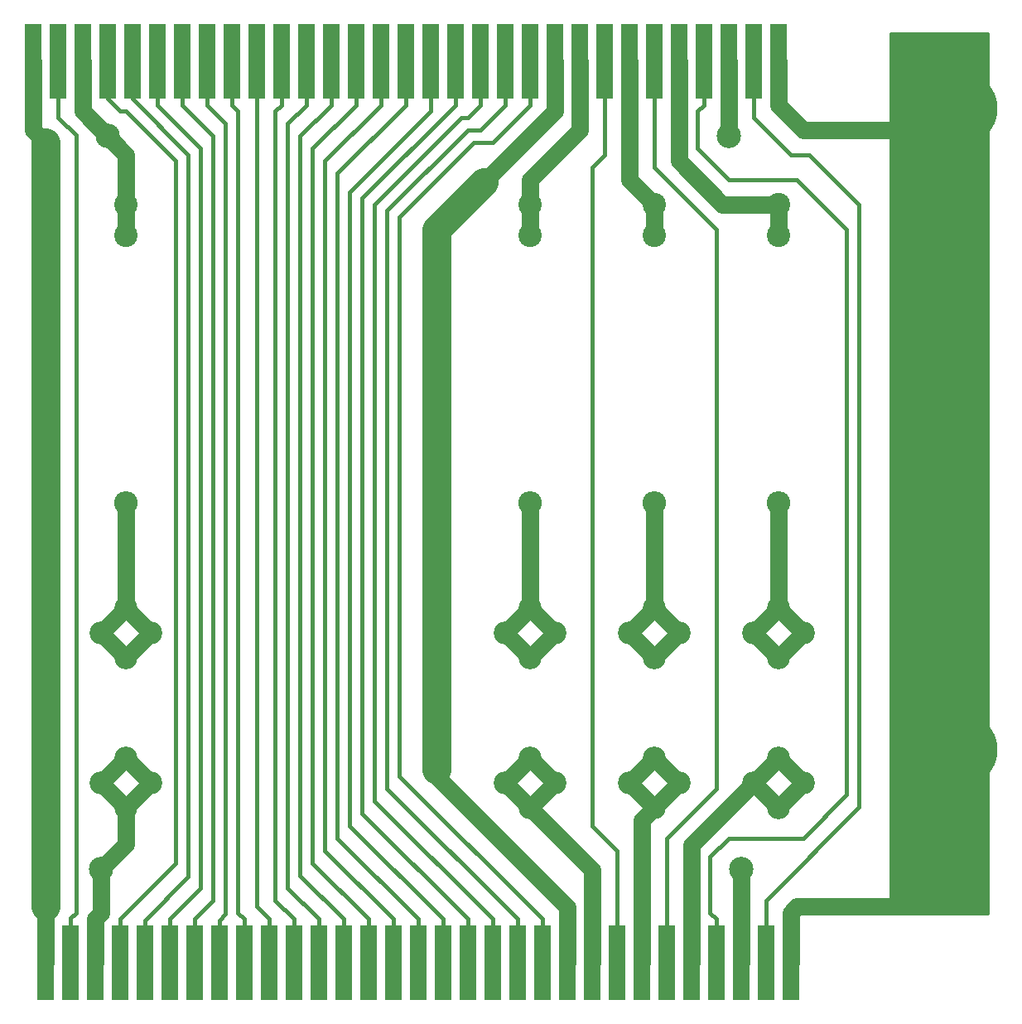
<source format=gbl>
%TF.GenerationSoftware,KiCad,Pcbnew,(5.1.9)-1*%
%TF.CreationDate,2021-05-05T16:31:56+08:00*%
%TF.ProjectId,Riser,52697365-722e-46b6-9963-61645f706362,rev?*%
%TF.SameCoordinates,Original*%
%TF.FileFunction,Copper,L2,Bot*%
%TF.FilePolarity,Positive*%
%FSLAX46Y46*%
G04 Gerber Fmt 4.6, Leading zero omitted, Abs format (unit mm)*
G04 Created by KiCad (PCBNEW (5.1.9)-1) date 2021-05-05 16:31:56*
%MOMM*%
%LPD*%
G01*
G04 APERTURE LIST*
%TA.AperFunction,ComponentPad*%
%ADD10O,2.400000X2.400000*%
%TD*%
%TA.AperFunction,ComponentPad*%
%ADD11C,2.400000*%
%TD*%
%TA.AperFunction,ComponentPad*%
%ADD12C,7.000000*%
%TD*%
%TA.AperFunction,ComponentPad*%
%ADD13O,2.500000X2.500000*%
%TD*%
%TA.AperFunction,ComponentPad*%
%ADD14C,2.500000*%
%TD*%
%TA.AperFunction,ConnectorPad*%
%ADD15R,1.780000X7.620000*%
%TD*%
%TA.AperFunction,ComponentPad*%
%ADD16C,2.350000*%
%TD*%
%TA.AperFunction,Conductor*%
%ADD17C,0.400000*%
%TD*%
%TA.AperFunction,Conductor*%
%ADD18C,1.750000*%
%TD*%
%TA.AperFunction,Conductor*%
%ADD19C,3.000000*%
%TD*%
%TA.AperFunction,Conductor*%
%ADD20C,0.254000*%
%TD*%
%TA.AperFunction,Conductor*%
%ADD21C,0.100000*%
%TD*%
G04 APERTURE END LIST*
D10*
%TO.P,R2,2*%
%TO.N,Net-(F2-Pad1)*%
X173990000Y-91440000D03*
D11*
%TO.P,R2,1*%
%TO.N,-5V_OUT*%
X173990000Y-60960000D03*
X173990000Y-64135000D03*
%TD*%
D10*
%TO.P,R3,2*%
%TO.N,Net-(F3-Pad1)*%
X161290000Y-91440000D03*
D11*
%TO.P,R3,1*%
%TO.N,-12V_OUT*%
X161290000Y-60960000D03*
X161290000Y-64135000D03*
%TD*%
D10*
%TO.P,R4,2*%
%TO.N,Net-(F4-Pad1)*%
X148590000Y-91440000D03*
D11*
%TO.P,R4,1*%
%TO.N,12V_OUT*%
X148590000Y-60960000D03*
X148590000Y-64135000D03*
%TD*%
D10*
%TO.P,R1,2*%
%TO.N,Net-(F1-Pad1)*%
X107315000Y-91440000D03*
D11*
%TO.P,R1,1*%
%TO.N,VCC2_OUT*%
X107315000Y-60960000D03*
X107315000Y-64135000D03*
%TD*%
D12*
%TO.P,H2,1*%
%TO.N,GND1*%
X192913000Y-116713000D03*
%TD*%
%TO.P,H1,1*%
%TO.N,GND1*%
X192913000Y-51181000D03*
%TD*%
D13*
%TO.P,J5,1*%
%TO.N,GND3*%
X99060000Y-69850000D03*
%TO.P,J5,2*%
X99060000Y-82550000D03*
%TD*%
%TO.P,J4,1*%
%TO.N,GND2*%
X139065000Y-69850000D03*
%TO.P,J4,2*%
X139065000Y-82550000D03*
%TD*%
%TO.P,J3,1*%
%TO.N,GND1*%
X187325000Y-69850000D03*
%TO.P,J3,2*%
X187325000Y-82550000D03*
%TD*%
D14*
%TO.P,J7B1,1*%
%TO.N,VCC1_OUT*%
X168910000Y-53975000D03*
%TD*%
%TO.P,J7A1,1*%
%TO.N,VCC2_OUT*%
X105410000Y-53975000D03*
%TD*%
%TO.P,J6B1,1*%
%TO.N,VCC1_IN*%
X170180000Y-128905000D03*
%TD*%
%TO.P,J6A1,1*%
%TO.N,VCC2_IN*%
X104775000Y-128905000D03*
%TD*%
D15*
%TO.P,J2,31*%
%TO.N,GND3*%
X97790000Y-46355000D03*
%TO.P,J2,30*%
%TO.N,OSC*%
X100330000Y-46355000D03*
%TO.P,J2,29*%
%TO.N,VCC2_OUT*%
X102870000Y-46355000D03*
%TO.P,J2,28*%
%TO.N,ALE*%
X105410000Y-46355000D03*
%TO.P,J2,27*%
%TO.N,TC*%
X107950000Y-46355000D03*
%TO.P,J2,26*%
%TO.N,~DACK2*%
X110490000Y-46355000D03*
%TO.P,J2,25*%
%TO.N,IRQ3*%
X113030000Y-46355000D03*
%TO.P,J2,24*%
%TO.N,IRQ4*%
X115570000Y-46355000D03*
%TO.P,J2,23*%
%TO.N,IRQ5*%
X118110000Y-46355000D03*
%TO.P,J2,22*%
%TO.N,IRQ6*%
X120650000Y-46355000D03*
%TO.P,J2,21*%
%TO.N,IRQ7*%
X123190000Y-46355000D03*
%TO.P,J2,20*%
%TO.N,CLK*%
X125730000Y-46355000D03*
%TO.P,J2,19*%
%TO.N,~DACK0*%
X128270000Y-46355000D03*
%TO.P,J2,18*%
%TO.N,DRQ1*%
X130810000Y-46355000D03*
%TO.P,J2,17*%
%TO.N,~DACK1*%
X133350000Y-46355000D03*
%TO.P,J2,16*%
%TO.N,DRQ3*%
X135890000Y-46355000D03*
%TO.P,J2,15*%
%TO.N,~DACK3*%
X138430000Y-46355000D03*
%TO.P,J2,14*%
%TO.N,~IOR*%
X140970000Y-46355000D03*
%TO.P,J2,13*%
%TO.N,~IOW*%
X143510000Y-46355000D03*
%TO.P,J2,12*%
%TO.N,~MEMR*%
X146050000Y-46355000D03*
%TO.P,J2,11*%
%TO.N,~MEMW*%
X148590000Y-46355000D03*
%TO.P,J2,10*%
%TO.N,GND2*%
X151130000Y-46355000D03*
%TO.P,J2,9*%
%TO.N,12V_OUT*%
X153670000Y-46355000D03*
%TO.P,J2,8*%
%TO.N,UNUSED_THRU*%
X156210000Y-46355000D03*
%TO.P,J2,7*%
%TO.N,-12V_OUT*%
X158750000Y-46355000D03*
%TO.P,J2,6*%
%TO.N,DRQ2*%
X161290000Y-46355000D03*
%TO.P,J2,5*%
%TO.N,-5V_OUT*%
X163830000Y-46355000D03*
%TO.P,J2,4*%
%TO.N,IRQ2*%
X166370000Y-46355000D03*
%TO.P,J2,3*%
%TO.N,VCC1_OUT*%
X168910000Y-46355000D03*
%TO.P,J2,2*%
%TO.N,RESET*%
X171450000Y-46355000D03*
%TO.P,J2,1*%
%TO.N,GND1*%
X173990000Y-46355000D03*
%TD*%
D16*
%TO.P,F4,1*%
%TO.N,Net-(F4-Pad1)*%
X146050000Y-104775000D03*
X151130000Y-104775000D03*
%TO.P,F4,2*%
%TO.N,12V_IN*%
X146050000Y-120095000D03*
X151130000Y-120095000D03*
%TO.P,F4,1*%
%TO.N,Net-(F4-Pad1)*%
X148590000Y-102235000D03*
X148590000Y-107315000D03*
%TO.P,F4,2*%
%TO.N,12V_IN*%
X148590000Y-122635000D03*
X148590000Y-117555000D03*
%TD*%
%TO.P,F3,1*%
%TO.N,Net-(F3-Pad1)*%
X158750000Y-104775000D03*
X163830000Y-104775000D03*
%TO.P,F3,2*%
%TO.N,-12V_IN*%
X158750000Y-120095000D03*
X163830000Y-120095000D03*
%TO.P,F3,1*%
%TO.N,Net-(F3-Pad1)*%
X161290000Y-102235000D03*
X161290000Y-107315000D03*
%TO.P,F3,2*%
%TO.N,-12V_IN*%
X161290000Y-122635000D03*
X161290000Y-117555000D03*
%TD*%
%TO.P,F2,1*%
%TO.N,Net-(F2-Pad1)*%
X171450000Y-104775000D03*
X176530000Y-104775000D03*
%TO.P,F2,2*%
%TO.N,-5V_IN*%
X171450000Y-120095000D03*
X176530000Y-120095000D03*
%TO.P,F2,1*%
%TO.N,Net-(F2-Pad1)*%
X173990000Y-102235000D03*
X173990000Y-107315000D03*
%TO.P,F2,2*%
%TO.N,-5V_IN*%
X173990000Y-122635000D03*
X173990000Y-117555000D03*
%TD*%
%TO.P,F1,1*%
%TO.N,Net-(F1-Pad1)*%
X104775000Y-104775000D03*
X109855000Y-104775000D03*
%TO.P,F1,2*%
%TO.N,VCC2_IN*%
X104775000Y-120095000D03*
X109855000Y-120095000D03*
%TO.P,F1,1*%
%TO.N,Net-(F1-Pad1)*%
X107315000Y-102235000D03*
X107315000Y-107315000D03*
%TO.P,F1,2*%
%TO.N,VCC2_IN*%
X107315000Y-122635000D03*
X107315000Y-117555000D03*
%TD*%
D15*
%TO.P,J1,31*%
%TO.N,GND3*%
X99060000Y-138430000D03*
%TO.P,J1,30*%
%TO.N,OSC*%
X101600000Y-138430000D03*
%TO.P,J1,29*%
%TO.N,VCC2_IN*%
X104140000Y-138430000D03*
%TO.P,J1,28*%
%TO.N,ALE*%
X106680000Y-138430000D03*
%TO.P,J1,27*%
%TO.N,TC*%
X109220000Y-138430000D03*
%TO.P,J1,26*%
%TO.N,~DACK2*%
X111760000Y-138430000D03*
%TO.P,J1,25*%
%TO.N,IRQ3*%
X114300000Y-138430000D03*
%TO.P,J1,24*%
%TO.N,IRQ4*%
X116840000Y-138430000D03*
%TO.P,J1,23*%
%TO.N,IRQ5*%
X119380000Y-138430000D03*
%TO.P,J1,22*%
%TO.N,IRQ6*%
X121920000Y-138430000D03*
%TO.P,J1,21*%
%TO.N,IRQ7*%
X124460000Y-138430000D03*
%TO.P,J1,20*%
%TO.N,CLK*%
X127000000Y-138430000D03*
%TO.P,J1,19*%
%TO.N,~DACK0*%
X129540000Y-138430000D03*
%TO.P,J1,18*%
%TO.N,DRQ1*%
X132080000Y-138430000D03*
%TO.P,J1,17*%
%TO.N,~DACK1*%
X134620000Y-138430000D03*
%TO.P,J1,16*%
%TO.N,DRQ3*%
X137160000Y-138430000D03*
%TO.P,J1,15*%
%TO.N,~DACK3*%
X139700000Y-138430000D03*
%TO.P,J1,14*%
%TO.N,~IOR*%
X142240000Y-138430000D03*
%TO.P,J1,13*%
%TO.N,~IOW*%
X144780000Y-138430000D03*
%TO.P,J1,12*%
%TO.N,~MEMR*%
X147320000Y-138430000D03*
%TO.P,J1,11*%
%TO.N,~MEMW*%
X149860000Y-138430000D03*
%TO.P,J1,10*%
%TO.N,GND2*%
X152400000Y-138430000D03*
%TO.P,J1,9*%
%TO.N,12V_IN*%
X154940000Y-138430000D03*
%TO.P,J1,8*%
%TO.N,UNUSED_THRU*%
X157480000Y-138430000D03*
%TO.P,J1,7*%
%TO.N,-12V_IN*%
X160020000Y-138430000D03*
%TO.P,J1,6*%
%TO.N,DRQ2*%
X162560000Y-138430000D03*
%TO.P,J1,5*%
%TO.N,-5V_IN*%
X165100000Y-138430000D03*
%TO.P,J1,4*%
%TO.N,IRQ2*%
X167640000Y-138430000D03*
%TO.P,J1,3*%
%TO.N,VCC1_IN*%
X170180000Y-138430000D03*
%TO.P,J1,2*%
%TO.N,RESET*%
X172720000Y-138430000D03*
%TO.P,J1,1*%
%TO.N,GND1*%
X175260000Y-138430000D03*
%TD*%
D17*
%TO.N,OSC*%
X100330000Y-52070000D02*
X100330000Y-46355000D01*
X102179991Y-53919991D02*
X100330000Y-52070000D01*
X102179991Y-133350000D02*
X102179991Y-53919991D01*
X101600000Y-133929991D02*
X102179991Y-133350000D01*
X101600000Y-138430000D02*
X101600000Y-133929991D01*
%TO.N,ALE*%
X106680000Y-133985000D02*
X106680000Y-138430000D01*
X112395000Y-128270000D02*
X106680000Y-133985000D01*
X112395000Y-56515000D02*
X112395000Y-128270000D01*
X107315000Y-51435000D02*
X112395000Y-56515000D01*
X106680000Y-51435000D02*
X107315000Y-51435000D01*
X105410000Y-50165000D02*
X106680000Y-51435000D01*
X105410000Y-46355000D02*
X105410000Y-50165000D01*
%TO.N,TC*%
X109220000Y-134112500D02*
X109220000Y-138430000D01*
X113665000Y-129667500D02*
X109220000Y-134112500D01*
X113665000Y-55880000D02*
X113665000Y-129667500D01*
X107950000Y-50165000D02*
X113665000Y-55880000D01*
X107950000Y-46355000D02*
X107950000Y-50165000D01*
%TO.N,~DACK2*%
X110490000Y-50800000D02*
X110490000Y-46355000D01*
X114935000Y-55245000D02*
X110490000Y-50800000D01*
X114935000Y-130810000D02*
X114935000Y-55245000D01*
X111760000Y-133985000D02*
X114935000Y-130810000D01*
X111760000Y-138430000D02*
X111760000Y-133985000D01*
%TO.N,IRQ3*%
X114300000Y-133985000D02*
X114300000Y-138430000D01*
X116205000Y-132080000D02*
X114300000Y-133985000D01*
X116205000Y-53975000D02*
X116205000Y-132080000D01*
X113030000Y-50800000D02*
X116205000Y-53975000D01*
X113030000Y-46355000D02*
X113030000Y-50800000D01*
%TO.N,IRQ4*%
X115570000Y-50800000D02*
X115570000Y-46355000D01*
X117475000Y-52705000D02*
X115570000Y-50800000D01*
X117475000Y-133492126D02*
X117475000Y-52705000D01*
X116840000Y-134127126D02*
X117475000Y-133492126D01*
X116840000Y-138430000D02*
X116840000Y-134127126D01*
%TO.N,IRQ5*%
X118745000Y-133350000D02*
X119380000Y-133985000D01*
X118745000Y-51435000D02*
X118745000Y-133350000D01*
X119380000Y-133985000D02*
X119380000Y-138430000D01*
X118110000Y-50800000D02*
X118745000Y-51435000D01*
X118110000Y-46355000D02*
X118110000Y-50800000D01*
%TO.N,IRQ6*%
X121920000Y-133985000D02*
X121920000Y-138430000D01*
X120650000Y-132715000D02*
X121920000Y-133985000D01*
X120650000Y-46355000D02*
X120650000Y-132715000D01*
%TO.N,IRQ7*%
X124460000Y-133985000D02*
X124460000Y-138430000D01*
X122555000Y-132080000D02*
X124460000Y-133985000D01*
X123190000Y-50800000D02*
X122555000Y-51435000D01*
X123190000Y-46355000D02*
X123190000Y-50800000D01*
X122555000Y-51435000D02*
X122555000Y-132080000D01*
%TO.N,CLK*%
X123825000Y-52705000D02*
X125730000Y-50800000D01*
X123825000Y-130810000D02*
X123825000Y-52705000D01*
X125730000Y-50800000D02*
X125730000Y-46355000D01*
X127000000Y-133985000D02*
X123825000Y-130810000D01*
X127000000Y-138430000D02*
X127000000Y-133985000D01*
%TO.N,~DACK0*%
X128270000Y-50800000D02*
X128270000Y-46355000D01*
X125095000Y-53975000D02*
X128270000Y-50800000D01*
X125095000Y-129540000D02*
X125095000Y-53975000D01*
X129540000Y-133985000D02*
X125095000Y-129540000D01*
X129540000Y-138430000D02*
X129540000Y-133985000D01*
%TO.N,DRQ1*%
X132080000Y-133985000D02*
X132080000Y-138430000D01*
X126365000Y-128270000D02*
X132080000Y-133985000D01*
X126365000Y-55245000D02*
X126365000Y-128270000D01*
X130810000Y-50800000D02*
X126365000Y-55245000D01*
X130810000Y-46355000D02*
X130810000Y-50800000D01*
%TO.N,~DACK1*%
X133350000Y-50800000D02*
X133350000Y-46355000D01*
X127635000Y-56515000D02*
X133350000Y-50800000D01*
X127635000Y-127000000D02*
X127635000Y-56515000D01*
X134620000Y-133985000D02*
X127635000Y-127000000D01*
X134620000Y-138430000D02*
X134620000Y-133985000D01*
%TO.N,DRQ3*%
X128905000Y-125730000D02*
X137160000Y-133985000D01*
X137160000Y-133985000D02*
X137160000Y-138430000D01*
X135890000Y-50800000D02*
X128905000Y-57785000D01*
X128905000Y-57785000D02*
X128905000Y-125730000D01*
X135890000Y-46355000D02*
X135890000Y-50800000D01*
%TO.N,~DACK3*%
X138430000Y-51435000D02*
X138430000Y-46355000D01*
X130175000Y-59690000D02*
X138430000Y-51435000D01*
X130175000Y-124460000D02*
X130175000Y-59690000D01*
X139700000Y-133985000D02*
X130175000Y-124460000D01*
X139700000Y-138430000D02*
X139700000Y-133985000D01*
%TO.N,~IOR*%
X131445000Y-123190000D02*
X142240000Y-133985000D01*
X131445000Y-60325000D02*
X131445000Y-123190000D01*
X140970000Y-50800000D02*
X131445000Y-60325000D01*
X142240000Y-133985000D02*
X142240000Y-138430000D01*
X140970000Y-46355000D02*
X140970000Y-50800000D01*
%TO.N,~IOW*%
X142240000Y-52070000D02*
X143510000Y-50800000D01*
X141605000Y-52070000D02*
X142240000Y-52070000D01*
X143510000Y-50800000D02*
X143510000Y-46355000D01*
X132715000Y-60960000D02*
X141605000Y-52070000D01*
X144780000Y-133985000D02*
X132715000Y-121920000D01*
X132715000Y-121920000D02*
X132715000Y-60960000D01*
X144780000Y-138430000D02*
X144780000Y-133985000D01*
%TO.N,~MEMR*%
X147320000Y-133985000D02*
X147320000Y-138430000D01*
X133985000Y-120650000D02*
X147320000Y-133985000D01*
X133985000Y-61595000D02*
X133985000Y-120650000D01*
X142240000Y-53340000D02*
X133985000Y-61595000D01*
X143510000Y-53340000D02*
X142240000Y-53340000D01*
X146050000Y-50800000D02*
X143510000Y-53340000D01*
X146050000Y-46355000D02*
X146050000Y-50800000D01*
%TO.N,~MEMW*%
X148590000Y-50800000D02*
X148590000Y-46355000D01*
X144780000Y-54610000D02*
X148590000Y-50800000D01*
X142875000Y-54610000D02*
X144780000Y-54610000D01*
X135255000Y-62230000D02*
X142875000Y-54610000D01*
X135255000Y-119380000D02*
X135255000Y-62230000D01*
X149860000Y-133985000D02*
X135255000Y-119380000D01*
X149860000Y-138430000D02*
X149860000Y-133985000D01*
%TO.N,DRQ2*%
X167640000Y-120650000D02*
X162560000Y-125730000D01*
X162560000Y-125730000D02*
X162560000Y-138430000D01*
X167640000Y-63500000D02*
X167640000Y-120650000D01*
X161290000Y-57150000D02*
X167640000Y-63500000D01*
X161290000Y-46355000D02*
X161290000Y-57150000D01*
%TO.N,IRQ2*%
X167005000Y-127635000D02*
X167005000Y-133350000D01*
X176530000Y-125730000D02*
X168910000Y-125730000D01*
X168910000Y-125730000D02*
X167005000Y-127635000D01*
X180975000Y-121285000D02*
X176530000Y-125730000D01*
X180975000Y-63500000D02*
X180975000Y-121285000D01*
X175895000Y-58420000D02*
X180975000Y-63500000D01*
X168910000Y-58420000D02*
X175895000Y-58420000D01*
X165735000Y-55245000D02*
X168910000Y-58420000D01*
X167640000Y-133985000D02*
X167640000Y-138430000D01*
X165735000Y-51435000D02*
X165735000Y-55245000D01*
X166370000Y-50800000D02*
X165735000Y-51435000D01*
X167005000Y-133350000D02*
X167640000Y-133985000D01*
X166370000Y-46355000D02*
X166370000Y-50800000D01*
%TO.N,RESET*%
X171450000Y-52070000D02*
X171450000Y-46355000D01*
X175260000Y-55880000D02*
X171450000Y-52070000D01*
X177165000Y-55880000D02*
X175260000Y-55880000D01*
X182245000Y-122555000D02*
X182245000Y-60960000D01*
X182245000Y-60960000D02*
X177165000Y-55880000D01*
X172720000Y-132080000D02*
X182245000Y-122555000D01*
X172720000Y-138430000D02*
X172720000Y-132080000D01*
D18*
%TO.N,Net-(F1-Pad1)*%
X107315000Y-102235000D02*
X104775000Y-104775000D01*
X104775000Y-104775000D02*
X107315000Y-107315000D01*
X107315000Y-107315000D02*
X109855000Y-104775000D01*
X107315000Y-102235000D02*
X109855000Y-104775000D01*
X107315000Y-102235000D02*
X107315000Y-91440000D01*
%TO.N,Net-(F2-Pad1)*%
X173990000Y-91440000D02*
X173990000Y-102235000D01*
X173990000Y-102235000D02*
X171450000Y-104775000D01*
X171450000Y-104775000D02*
X173990000Y-107315000D01*
X173990000Y-107315000D02*
X176530000Y-104775000D01*
X176530000Y-104775000D02*
X173990000Y-102235000D01*
%TO.N,Net-(F3-Pad1)*%
X161290000Y-91440000D02*
X161290000Y-102235000D01*
X161290000Y-102235000D02*
X158750000Y-104775000D01*
X158750000Y-104775000D02*
X161290000Y-107315000D01*
X161290000Y-107315000D02*
X163830000Y-104775000D01*
X163830000Y-104775000D02*
X161290000Y-102235000D01*
%TO.N,Net-(F4-Pad1)*%
X146050000Y-104775000D02*
X148590000Y-102235000D01*
X148590000Y-102235000D02*
X151130000Y-104775000D01*
X151130000Y-104775000D02*
X148590000Y-107315000D01*
X146050000Y-104775000D02*
X148590000Y-107315000D01*
X148590000Y-102235000D02*
X148590000Y-91440000D01*
%TO.N,12V_OUT*%
X153670000Y-53340000D02*
X153670000Y-46355000D01*
X148590000Y-58420000D02*
X153670000Y-53340000D01*
X148590000Y-60960000D02*
X148590000Y-58420000D01*
X148590000Y-60960000D02*
X148590000Y-64135000D01*
%TO.N,-12V_OUT*%
X158750000Y-58420000D02*
X158750000Y-46355000D01*
X161290000Y-60960000D02*
X158750000Y-58420000D01*
X161290000Y-60960000D02*
X161290000Y-64135000D01*
%TO.N,-5V_OUT*%
X163830000Y-51435000D02*
X163830000Y-46355000D01*
X168275000Y-60960000D02*
X163830000Y-56515000D01*
X163830000Y-56515000D02*
X163830000Y-51435000D01*
X173990000Y-60960000D02*
X168275000Y-60960000D01*
X173990000Y-60960000D02*
X173990000Y-64135000D01*
D17*
%TO.N,UNUSED_THRU*%
X156210000Y-55880000D02*
X156210000Y-46355000D01*
X154940000Y-57150000D02*
X156210000Y-55880000D01*
X154940000Y-124460000D02*
X154940000Y-57150000D01*
X157480000Y-127000000D02*
X154940000Y-124460000D01*
X157480000Y-138430000D02*
X157480000Y-127000000D01*
D18*
%TO.N,-5V_IN*%
X165100000Y-126445000D02*
X171450000Y-120095000D01*
X165100000Y-138430000D02*
X165100000Y-126445000D01*
X171450000Y-120095000D02*
X173990000Y-117555000D01*
X173990000Y-117555000D02*
X176530000Y-120095000D01*
X176530000Y-120095000D02*
X173990000Y-122635000D01*
X173990000Y-122635000D02*
X171450000Y-120095000D01*
%TO.N,-12V_IN*%
X161290000Y-122635000D02*
X163830000Y-120095000D01*
X163830000Y-120095000D02*
X161290000Y-117555000D01*
X161290000Y-117555000D02*
X158750000Y-120095000D01*
X158750000Y-120095000D02*
X161290000Y-122635000D01*
X160020000Y-123905000D02*
X161290000Y-122635000D01*
X160020000Y-138430000D02*
X160020000Y-123905000D01*
%TO.N,12V_IN*%
X151130000Y-120095000D02*
X148590000Y-122635000D01*
X148590000Y-117555000D02*
X151130000Y-120095000D01*
X146050000Y-120095000D02*
X148590000Y-117555000D01*
X148590000Y-122635000D02*
X146050000Y-120095000D01*
X154940000Y-128985000D02*
X154940000Y-138430000D01*
X148590000Y-122635000D02*
X154940000Y-128985000D01*
%TO.N,GND2*%
X151130000Y-46355000D02*
X151130000Y-51435000D01*
X151130000Y-51435000D02*
X143827500Y-58737500D01*
D19*
X139065000Y-63500000D02*
X143827500Y-58737500D01*
X139065000Y-118745000D02*
X139065000Y-63500000D01*
D18*
X139065000Y-119424302D02*
X139065000Y-118745000D01*
X152400000Y-132759302D02*
X139065000Y-119424302D01*
X152400000Y-138430000D02*
X152400000Y-132759302D01*
%TO.N,VCC1_IN*%
X170180000Y-138430000D02*
X170180000Y-129540000D01*
%TO.N,GND1*%
X187325000Y-132715000D02*
X191770000Y-128270000D01*
X175895000Y-132715000D02*
X187325000Y-132715000D01*
X175260000Y-133350000D02*
X175895000Y-132715000D01*
X175260000Y-138430000D02*
X175260000Y-133350000D01*
X186690000Y-53340000D02*
X187325000Y-53975000D01*
X176530000Y-53340000D02*
X186690000Y-53340000D01*
X173990000Y-50800000D02*
X176530000Y-53340000D01*
X173990000Y-46355000D02*
X173990000Y-50800000D01*
%TO.N,VCC2_OUT*%
X107315000Y-55880000D02*
X107315000Y-60960000D01*
X102870000Y-51435000D02*
X107315000Y-55880000D01*
X102870000Y-46355000D02*
X102870000Y-51435000D01*
X107315000Y-60960000D02*
X107315000Y-64135000D01*
%TO.N,VCC1_OUT*%
X168910000Y-46355000D02*
X168910000Y-53975000D01*
%TO.N,GND3*%
X99060000Y-138430000D02*
X99060000Y-133794998D01*
X99060000Y-133794998D02*
X99060000Y-132715000D01*
D19*
X99060000Y-132715000D02*
X99060000Y-54610000D01*
D18*
X97790000Y-53340000D02*
X99060000Y-54610000D01*
X97790000Y-46355000D02*
X97790000Y-53340000D01*
%TO.N,VCC2_IN*%
X107315000Y-122635000D02*
X104775000Y-120095000D01*
X104775000Y-120095000D02*
X107315000Y-117555000D01*
X107315000Y-117555000D02*
X109855000Y-120095000D01*
X109855000Y-120095000D02*
X107315000Y-122635000D01*
X104775000Y-133350000D02*
X104775000Y-128905000D01*
X104140000Y-133985000D02*
X104775000Y-133350000D01*
X104140000Y-138430000D02*
X104140000Y-133985000D01*
X107315000Y-126365000D02*
X107315000Y-122635000D01*
X104775000Y-128905000D02*
X107315000Y-126365000D01*
%TD*%
D20*
%TO.N,GND1*%
X195347847Y-43450667D02*
X195368859Y-43457010D01*
X195388243Y-43467317D01*
X195405255Y-43481191D01*
X195419246Y-43498104D01*
X195429688Y-43517415D01*
X195436179Y-43538386D01*
X195444000Y-43612797D01*
X195444001Y-133293647D01*
X195436333Y-133371848D01*
X195429990Y-133392858D01*
X195419682Y-133412244D01*
X195405809Y-133429255D01*
X195388896Y-133443246D01*
X195369585Y-133453688D01*
X195348613Y-133460179D01*
X195274203Y-133468000D01*
X185412192Y-133468000D01*
X185412192Y-43443000D01*
X195269657Y-43443000D01*
X195347847Y-43450667D01*
%TA.AperFunction,Conductor*%
D21*
G36*
X195347847Y-43450667D02*
G01*
X195368859Y-43457010D01*
X195388243Y-43467317D01*
X195405255Y-43481191D01*
X195419246Y-43498104D01*
X195429688Y-43517415D01*
X195436179Y-43538386D01*
X195444000Y-43612797D01*
X195444001Y-133293647D01*
X195436333Y-133371848D01*
X195429990Y-133392858D01*
X195419682Y-133412244D01*
X195405809Y-133429255D01*
X195388896Y-133443246D01*
X195369585Y-133453688D01*
X195348613Y-133460179D01*
X195274203Y-133468000D01*
X185412192Y-133468000D01*
X185412192Y-43443000D01*
X195269657Y-43443000D01*
X195347847Y-43450667D01*
G37*
%TD.AperFunction*%
%TD*%
M02*

</source>
